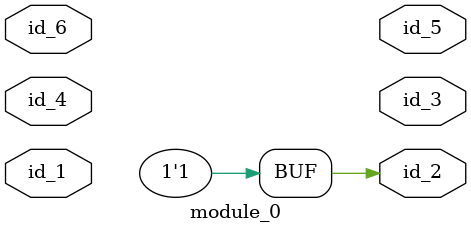
<source format=v>
`timescale 1ps / 1ps
module module_0 (
    id_1,
    id_2,
    id_3,
    id_4,
    id_5,
    id_6
);
  inout id_6;
  output id_5;
  input id_4;
  output id_3;
  output id_2;
  inout id_1;
  assign id_2 = 1;
endmodule

</source>
